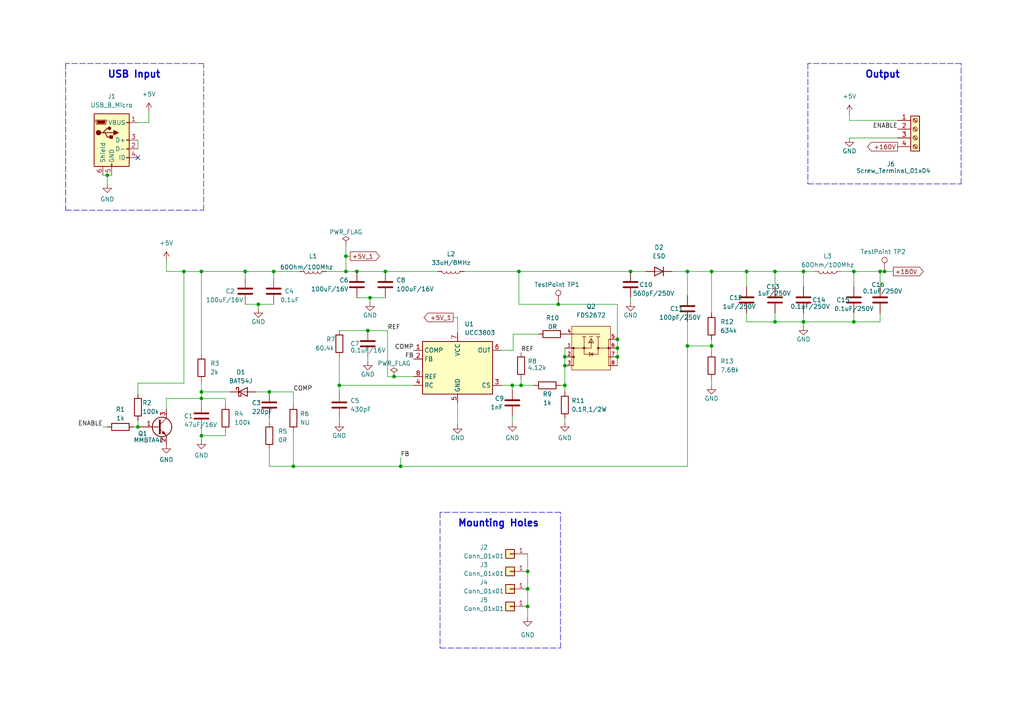
<source format=kicad_sch>
(kicad_sch (version 20211123) (generator eeschema)
  (paper "A4")
  (title_block (title "Mini-Boost") (rev "1"))
  (lib_symbols
    (symbol "Connector:Screw_Terminal_01x04" (pin_names (offset 1.016) hide)
      (property "Reference" "J" (at 0 5.08 0))
      (property "Value" "Screw_Terminal_01x04" (at 0 -7.62 0))
      (symbol "Screw_Terminal_01x04_1_1"
        (rectangle (start -1.27 3.81) (end 1.27 -6.35) (stroke (width 0.254)) (fill (type background)))
        (circle (center 0 -5.08) (radius 0.635) (stroke (width 0.1524)))
        (circle (center 0 -2.54) (radius 0.635) (stroke (width 0.1524)))
        (polyline (pts (xy -0.5334 -4.7498) (xy 0.3302 -5.588)) (stroke (width 0.1524)))
        (polyline (pts (xy -0.5334 -2.2098) (xy 0.3302 -3.048)) (stroke (width 0.1524)))
        (polyline (pts (xy -0.5334 0.3302) (xy 0.3302 -0.508)) (stroke (width 0.1524)))
        (polyline (pts (xy -0.5334 2.8702) (xy 0.3302 2.032)) (stroke (width 0.1524)))
        (polyline (pts (xy -0.3556 -4.572) (xy 0.508 -5.4102)) (stroke (width 0.1524)))
        (polyline (pts (xy -0.3556 -2.032) (xy 0.508 -2.8702)) (stroke (width 0.1524)))
        (polyline (pts (xy -0.3556 0.508) (xy 0.508 -0.3302)) (stroke (width 0.1524)))
        (polyline (pts (xy -0.3556 3.048) (xy 0.508 2.2098)) (stroke (width 0.1524)))
        (circle (center 0 0) (radius 0.635) (stroke (width 0.1524)))
        (circle (center 0 2.54) (radius 0.635) (stroke (width 0.1524)))
        (pin passive line (at -5.08 2.54 0) (length 3.81) (name "Pin_1") (number "1"))
        (pin passive line (at -5.08 0 0) (length 3.81) (name "Pin_2") (number "2"))
        (pin passive line (at -5.08 -2.54 0) (length 3.81) (name "Pin_3") (number "3"))
        (pin passive line (at -5.08 -5.08 0) (length 3.81) (name "Pin_4") (number "4"))
      )
    )
    (symbol "Connector:TestPoint" (pin_numbers hide) (pin_names (offset 0.762) hide)
      (property "Reference" "TP" (at 0 6.858 0))
      (property "Value" "TestPoint" (at 0 5.08 0))
      (symbol "TestPoint_0_1"
        (circle (center 0 3.302) (radius 0.762))
      )
      (symbol "TestPoint_1_1"
        (pin passive line (at 0 0 90) (length 2.54) (name "1") (number "1"))
      )
    )
    (symbol "Connector:USB_B_Micro" (pin_names (offset 1.016))
      (property "Reference" "J" (at -5.08 11.43 0))
      (property "Value" "USB_B_Micro" (at -5.08 8.89 0))
      (symbol "USB_B_Micro_0_1"
        (rectangle (start -5.08 -7.62) (end 5.08 7.62) (stroke (width 0.254)) (fill (type background)))
        (circle (center -3.81 2.159) (radius 0.635) (stroke (width 0.254)) (fill (type outline)))
        (circle (center -0.635 3.429) (radius 0.381) (stroke (width 0.254)) (fill (type outline)))
        (rectangle (start -0.127 -7.62) (end 0.127 -6.858))
        (polyline (pts (xy -1.905 2.159) (xy 0.635 2.159)) (stroke (width 0.254)))
        (polyline (pts (xy -3.175 2.159) (xy -2.54 2.159) (xy -1.27 3.429) (xy -0.635 3.429)) (stroke (width 0.254)))
        (polyline (pts (xy -2.54 2.159) (xy -1.905 2.159) (xy -1.27 0.889) (xy 0 0.889)) (stroke (width 0.254)))
        (polyline (pts (xy 0.635 2.794) (xy 0.635 1.524) (xy 1.905 2.159) (xy 0.635 2.794)) (stroke (width 0.254)) (fill (type outline)))
        (polyline (pts (xy -4.318 5.588) (xy -1.778 5.588) (xy -2.032 4.826) (xy -4.064 4.826) (xy -4.318 5.588)) (fill (type outline)))
        (polyline (pts (xy -4.699 5.842) (xy -4.699 5.588) (xy -4.445 4.826) (xy -4.445 4.572) (xy -1.651 4.572) (xy -1.651 4.826) (xy -1.397 5.588) (xy -1.397 5.842) (xy -4.699 5.842)))
        (rectangle (start 0.254 1.27) (end -0.508 0.508) (stroke (width 0.254)) (fill (type outline)))
        (rectangle (start 5.08 -5.207) (end 4.318 -4.953))
        (rectangle (start 5.08 -2.667) (end 4.318 -2.413))
        (rectangle (start 5.08 -0.127) (end 4.318 0.127))
        (rectangle (start 5.08 4.953) (end 4.318 5.207))
      )
      (symbol "USB_B_Micro_1_1"
        (pin power_out line (at 7.62 5.08 180) (length 2.54) (name "VBUS") (number "1"))
        (pin bidirectional line (at 7.62 -2.54 180) (length 2.54) (name "D-") (number "2"))
        (pin bidirectional line (at 7.62 0 180) (length 2.54) (name "D+") (number "3"))
        (pin passive line (at 7.62 -5.08 180) (length 2.54) (name "ID") (number "4"))
        (pin power_out line (at 0 -10.16 90) (length 2.54) (name "GND") (number "5"))
        (pin passive line (at -2.54 -10.16 90) (length 2.54) (name "Shield") (number "6"))
      )
    )
    (symbol "Connector_Generic:Conn_01x01" (pin_names (offset 1.016) hide)
      (property "Reference" "J" (at 0 2.54 0))
      (property "Value" "Conn_01x01" (at 0 -2.54 0))
      (symbol "Conn_01x01_1_1"
        (rectangle (start -1.27 0.127) (end 0 -0.127) (stroke (width 0.1524)))
        (rectangle (start -1.27 1.27) (end 1.27 -1.27) (stroke (width 0.254)) (fill (type background)))
        (pin passive line (at -5.08 0 0) (length 3.81) (name "Pin_1") (number "1"))
      )
    )
    (symbol "Device:C" (pin_numbers hide) (pin_names (offset 0.254))
      (property "Reference" "C" (at 0.635 2.54 0))
      (property "Value" "C" (at 0.635 -2.54 0))
      (symbol "C_0_1"
        (polyline (pts (xy -2.032 -0.762) (xy 2.032 -0.762)) (stroke (width 0.508)))
        (polyline (pts (xy -2.032 0.762) (xy 2.032 0.762)) (stroke (width 0.508)))
      )
      (symbol "C_1_1"
        (pin passive line (at 0 3.81 270) (length 2.794) (name "~") (number "1"))
        (pin passive line (at 0 -3.81 90) (length 2.794) (name "~") (number "2"))
      )
    )
    (symbol "Device:D" (pin_numbers hide) (pin_names (offset 1.016) hide)
      (property "Reference" "D" (at 0 2.54 0))
      (property "Value" "D" (at 0 -2.54 0))
      (symbol "D_0_1"
        (polyline (pts (xy -1.27 1.27) (xy -1.27 -1.27)) (stroke (width 0.254)))
        (polyline (pts (xy 1.27 0) (xy -1.27 0)))
        (polyline (pts (xy 1.27 1.27) (xy 1.27 -1.27) (xy -1.27 0) (xy 1.27 1.27)) (stroke (width 0.254)))
      )
      (symbol "D_1_1"
        (pin passive line (at -3.81 0 0) (length 2.54) (name "K") (number "1"))
        (pin passive line (at 3.81 0 180) (length 2.54) (name "A") (number "2"))
      )
    )
    (symbol "Device:L" (pin_numbers hide) (pin_names (offset 1.016) hide)
      (property "Reference" "L" (at -1.27 0 90))
      (property "Value" "L" (at 1.905 0 90))
      (symbol "L_0_1"
        (arc (start 0 -2.54) (mid 0.635 -1.905) (end 0 -1.27))
        (arc (start 0 -1.27) (mid 0.635 -0.635) (end 0 0))
        (arc (start 0 0) (mid 0.635 0.635) (end 0 1.27))
        (arc (start 0 1.27) (mid 0.635 1.905) (end 0 2.54))
      )
      (symbol "L_1_1"
        (pin passive line (at 0 3.81 270) (length 1.27) (name "1") (number "1"))
        (pin passive line (at 0 -3.81 90) (length 1.27) (name "2") (number "2"))
      )
    )
    (symbol "Device:R" (pin_numbers hide) (pin_names (offset 0))
      (property "Reference" "R" (at 2.032 0 90))
      (property "Value" "R" (at 0 0 90))
      (symbol "R_0_1"
        (rectangle (start -1.016 -2.54) (end 1.016 2.54) (stroke (width 0.254)))
      )
      (symbol "R_1_1"
        (pin passive line (at 0 3.81 270) (length 1.27) (name "~") (number "1"))
        (pin passive line (at 0 -3.81 90) (length 1.27) (name "~") (number "2"))
      )
    )
    (symbol "Diode:BAT54J" (pin_numbers hide) (pin_names hide)
      (property "Reference" "D" (at 0 2.54 0))
      (property "Value" "BAT54J" (at 0 -2.54 0))
      (symbol "BAT54J_0_1"
        (polyline (pts (xy 1.27 0) (xy -1.27 0)))
        (polyline (pts (xy 1.27 1.27) (xy 1.27 -1.27) (xy -1.27 0) (xy 1.27 1.27)) (stroke (width 0.254)))
        (polyline (pts (xy -1.905 0.635) (xy -1.905 1.27) (xy -1.27 1.27) (xy -1.27 -1.27) (xy -0.635 -1.27) (xy -0.635 -0.635)) (stroke (width 0.254)))
      )
      (symbol "BAT54J_1_1"
        (pin passive line (at -3.81 0 0) (length 2.54) (name "K") (number "1"))
        (pin passive line (at 3.81 0 180) (length 2.54) (name "A") (number "2"))
      )
    )
    (symbol "FDS2672:FDS2672" (pin_names (offset 1.016))
      (property "Reference" "Q" (at 0 12.7 0))
      (property "Value" "FDS2672" (at 0 15.24 0))
      (symbol "FDS2672_1_1"
        (polyline (pts (xy 6.096 5.08) (xy 6.096 -2.54)))
        (polyline (pts (xy 6.858 0.508) (xy 10.16 0.508)))
        (polyline (pts (xy 6.858 1.016) (xy 6.858 0)))
        (polyline (pts (xy 6.858 3.048) (xy 6.858 2.032)))
        (polyline (pts (xy 6.858 4.064) (xy 6.858 5.08)))
        (polyline (pts (xy 6.858 4.572) (xy 10.16 4.572)))
        (polyline (pts (xy 7.366 2.54) (xy 8.636 1.778)))
        (polyline (pts (xy 7.366 2.54) (xy 8.636 3.302)))
        (polyline (pts (xy 7.62 2.54) (xy 10.16 2.54)))
        (polyline (pts (xy 7.62 7.62) (xy 15.24 7.62)))
        (polyline (pts (xy 8.382 2.794) (xy 8.382 2.032)))
        (polyline (pts (xy 8.636 3.302) (xy 8.636 1.778)))
        (polyline (pts (xy 10.16 -2.54) (xy 15.24 -2.54)))
        (polyline (pts (xy 10.16 0.508) (xy 11.938 0.508)))
        (polyline (pts (xy 10.16 2.54) (xy 10.16 -2.54)))
        (polyline (pts (xy 10.16 7.62) (xy 10.16 4.572)))
        (polyline (pts (xy 11.43 2.032) (xy 12.446 2.032)))
        (polyline (pts (xy 11.938 0.508) (xy 11.938 4.572)))
        (polyline (pts (xy 11.938 3.048) (xy 11.43 2.032)))
        (polyline (pts (xy 11.938 3.048) (xy 11.43 3.048)))
        (polyline (pts (xy 11.938 3.048) (xy 12.446 3.048)))
        (polyline (pts (xy 11.938 4.572) (xy 10.16 4.572)))
        (polyline (pts (xy 12.446 2.032) (xy 11.938 3.048)))
        (circle (center 10.16 -2.54) (radius 0.254) (fill (type outline)))
        (circle (center 10.16 0.508) (radius 0.254) (fill (type outline)))
        (circle (center 10.16 4.572) (radius 0.254) (fill (type outline)))
        (circle (center 10.16 7.62) (radius 0.254) (fill (type outline)))
        (circle (center 12.7 -2.54) (radius 0.254) (fill (type outline)))
        (rectangle (start 16.51 8.128) (end 3.81 -3.048) (fill (type background)))
        (pin passive line (at 10.16 -5.08 90) (length 2.54) (name "S") (number "1"))
        (pin passive line (at 12.7 -5.08 90) (length 2.54) (name "S") (number "2"))
        (pin passive line (at 15.24 -5.08 90) (length 2.54) (name "S") (number "3"))
        (pin passive line (at 6.096 -5.08 90) (length 2.54) (name "S") (number "4"))
        (pin passive line (at 7.62 10.16 270) (length 2.54) (name "D") (number "5"))
        (pin passive line (at 10.16 10.16 270) (length 2.54) (name "D") (number "6"))
        (pin passive line (at 12.7 10.16 270) (length 2.54) (name "D") (number "7"))
        (pin passive line (at 15.24 10.16 270) (length 2.54) (name "D") (number "8"))
      )
    )
    (symbol "Regulator_Controller:UCC3803"
      (property "Reference" "U" (at 3.81 11.43 0))
      (property "Value" "UCC3803" (at 3.81 8.89 0))
      (symbol "UCC3803_0_1"
        (rectangle (start -10.16 -7.62) (end 10.16 7.62) (stroke (width 0.254)) (fill (type background)))
      )
      (symbol "UCC3803_1_1"
        (pin passive line (at -12.7 5.08 0) (length 2.54) (name "COMP") (number "1"))
        (pin input line (at -12.7 2.54 0) (length 2.54) (name "FB") (number "2"))
        (pin input line (at 12.7 -5.08 180) (length 2.54) (name "CS") (number "3"))
        (pin passive line (at -12.7 -5.08 0) (length 2.54) (name "RC") (number "4"))
        (pin power_in line (at 0 -10.16 90) (length 2.54) (name "GND") (number "5"))
        (pin output line (at 12.7 5.08 180) (length 2.54) (name "OUT") (number "6"))
        (pin power_in line (at 0 10.16 270) (length 2.54) (name "VCC") (number "7"))
        (pin power_in line (at -12.7 -2.54 0) (length 2.54) (name "REF") (number "8"))
      )
    )
    (symbol "Transistor_BJT:MMBTA42" (pin_names (offset 0) hide)
      (property "Reference" "Q" (at 5.08 1.905 0))
      (property "Value" "MMBTA42" (at 5.08 0 0))
      (symbol "MMBTA42_0_1"
        (polyline (pts (xy 0 0) (xy 0.635 0)))
        (polyline (pts (xy 0.635 0.635) (xy 2.54 2.54)))
        (polyline (pts (xy 0.635 -0.635) (xy 2.54 -2.54) (xy 2.54 -2.54)))
        (polyline (pts (xy 0.635 1.905) (xy 0.635 -1.905) (xy 0.635 -1.905)) (stroke (width 0.508)))
        (polyline (pts (xy 1.27 -1.778) (xy 1.778 -1.27) (xy 2.286 -2.286) (xy 1.27 -1.778) (xy 1.27 -1.778)) (fill (type outline)))
        (circle (center 1.27 0) (radius 2.8194) (stroke (width 0.254)))
      )
      (symbol "MMBTA42_1_1"
        (pin input line (at -5.08 0 0) (length 5.08) (name "B") (number "1"))
        (pin passive line (at 2.54 -5.08 90) (length 2.54) (name "E") (number "2"))
        (pin passive line (at 2.54 5.08 270) (length 2.54) (name "C") (number "3"))
      )
    )
    (symbol "power:+5V" (power) (pin_names (offset 0))
      (property "Value" "+5V" (at 0 3.556 0))
      (symbol "+5V_0_1"
        (polyline (pts (xy -0.762 1.27) (xy 0 2.54)))
        (polyline (pts (xy 0 0) (xy 0 2.54)))
        (polyline (pts (xy 0 2.54) (xy 0.762 1.27)))
      )
      (symbol "+5V_1_1"
        (pin power_in line (at 0 0 90) (length 0) hide (name "+5V") (number "1"))
      )
    )
    (symbol "power:GND" (power) (pin_names (offset 0))
      (property "Value" "GND" (at 0 -3.81 0))
      (symbol "GND_0_1"
        (polyline (pts (xy 0 0) (xy 0 -1.27) (xy 1.27 -1.27) (xy 0 -2.54) (xy -1.27 -1.27) (xy 0 -1.27)))
      )
      (symbol "GND_1_1"
        (pin power_in line (at 0 0 270) (length 0) hide (name "GND") (number "1"))
      )
    )
    (symbol "power:PWR_FLAG" (power) (pin_numbers hide) (pin_names (offset 0) hide)
      (property "Value" "PWR_FLAG" (at 0 3.81 0))
      (symbol "PWR_FLAG_0_0"
        (pin power_out line (at 0 0 90) (length 0) (name "pwr") (number "1"))
      )
      (symbol "PWR_FLAG_0_1"
        (polyline (pts (xy 0 0) (xy 0 1.27) (xy -1.016 1.905) (xy 0 2.54) (xy 1.016 1.905) (xy 0 1.27)))
      )
    )
  )
  (junction (at 58.42 78.74))
  (junction (at 216.535 78.74))
  (junction (at 247.65 93.345))
  (junction (at 114.3 109.22))
  (junction (at 116.205 135.255))
  (junction (at 206.375 100.33))
  (junction (at 163.83 111.76))
  (junction (at 58.42 113.665))
  (junction (at 256.54 78.74))
  (junction (at 151.13 111.76))
  (junction (at 40.005 123.825))
  (junction (at 85.09 135.255))
  (junction (at 206.375 78.74))
  (junction (at 79.375 78.74))
  (junction (at 163.83 106.045))
  (junction (at 161.925 88.265))
  (junction (at 106.68 95.885))
  (junction (at 182.88 78.74))
  (junction (at 224.79 93.345))
  (junction (at 233.045 78.74))
  (junction (at 199.39 100.33))
  (junction (at 255.27 78.74))
  (junction (at 53.34 78.74))
  (junction (at 199.39 78.74))
  (junction (at 100.33 78.74))
  (junction (at 78.105 113.665))
  (junction (at 107.315 86.36))
  (junction (at 150.495 78.74))
  (junction (at 163.83 103.505))
  (junction (at 71.12 78.74))
  (junction (at 233.045 93.345))
  (junction (at 153.035 175.895))
  (junction (at 100.33 74.295))
  (junction (at 179.07 98.425))
  (junction (at 31.115 50.8))
  (junction (at 179.07 100.965))
  (junction (at 111.76 78.74))
  (junction (at 74.93 88.265))
  (junction (at 179.07 103.505))
  (junction (at 247.65 78.74))
  (junction (at 148.59 111.76))
  (junction (at 224.79 78.74))
  (junction (at 58.42 115.57))
  (junction (at 153.035 170.815))
  (junction (at 103.505 78.74))
  (junction (at 153.035 165.735))
  (junction (at 58.42 126.365))
  (junction (at 98.425 111.76))
  (no_connect (at 40.005 45.72))
  (wire (pts (xy 48.26 78.74) (xy 53.34 78.74)))
  (wire (pts (xy 98.425 111.76) (xy 98.425 113.665)))
  (wire (pts (xy 153.035 160.655) (xy 153.035 165.735)))
  (wire (pts (xy 150.495 88.265) (xy 150.495 78.74)))
  (wire (pts (xy 255.27 78.74) (xy 256.54 78.74)))
  (wire (pts (xy 134.62 78.74) (xy 150.495 78.74)))
  (wire (pts (xy 65.405 117.475) (xy 65.405 115.57)))
  (wire (pts (xy 58.42 78.74) (xy 71.12 78.74)))
  (wire (pts (xy 182.88 87.63) (xy 182.88 86.36)))
  (polyline (pts (xy 19.05 18.415) (xy 19.05 60.96)))
  (wire (pts (xy 78.105 113.665) (xy 85.09 113.665)))
  (wire (pts (xy 255.27 78.74) (xy 255.27 83.185)))
  (wire (pts (xy 79.375 78.74) (xy 79.375 80.645)))
  (polyline (pts (xy 59.055 18.415) (xy 19.05 18.415)))
  (wire (pts (xy 243.84 78.74) (xy 247.65 78.74)))
  (wire (pts (xy 78.105 121.285) (xy 78.105 122.555)))
  (wire (pts (xy 98.425 111.76) (xy 120.015 111.76)))
  (wire (pts (xy 148.59 120.65) (xy 148.59 122.555)))
  (wire (pts (xy 112.395 109.22) (xy 112.395 95.885)))
  (wire (pts (xy 98.425 95.885) (xy 106.68 95.885)))
  (wire (pts (xy 71.12 78.74) (xy 71.12 80.645)))
  (wire (pts (xy 114.3 109.22) (xy 120.015 109.22)))
  (wire (pts (xy 31.115 50.8) (xy 32.385 50.8)))
  (wire (pts (xy 179.07 100.965) (xy 179.07 103.505)))
  (polyline (pts (xy 234.315 18.415) (xy 234.315 53.34)))
  (polyline (pts (xy 162.56 148.59) (xy 127.635 148.59)))
  (polyline (pts (xy 234.315 53.34) (xy 278.765 53.34)))
  (wire (pts (xy 233.045 78.74) (xy 236.22 78.74)))
  (wire (pts (xy 233.045 90.805) (xy 233.045 93.345)))
  (wire (pts (xy 199.39 100.33) (xy 199.39 135.255)))
  (wire (pts (xy 40.005 40.64) (xy 40.005 43.18)))
  (wire (pts (xy 107.315 86.36) (xy 111.76 86.36)))
  (wire (pts (xy 153.035 170.815) (xy 153.035 175.895)))
  (wire (pts (xy 43.18 32.385) (xy 43.18 35.56)))
  (wire (pts (xy 179.07 103.505) (xy 179.07 106.045)))
  (wire (pts (xy 106.68 104.775) (xy 106.68 103.505)))
  (wire (pts (xy 85.09 125.095) (xy 85.09 135.255)))
  (wire (pts (xy 145.415 111.76) (xy 148.59 111.76)))
  (wire (pts (xy 233.045 94.615) (xy 233.045 93.345)))
  (wire (pts (xy 247.65 78.74) (xy 255.27 78.74)))
  (wire (pts (xy 199.39 78.74) (xy 206.375 78.74)))
  (wire (pts (xy 53.34 111.125) (xy 53.34 78.74)))
  (polyline (pts (xy 19.05 60.96) (xy 59.055 60.96)))
  (wire (pts (xy 206.375 78.74) (xy 216.535 78.74)))
  (wire (pts (xy 224.79 93.345) (xy 233.045 93.345)))
  (wire (pts (xy 58.42 115.57) (xy 58.42 116.84)))
  (wire (pts (xy 256.54 78.74) (xy 259.08 78.74)))
  (wire (pts (xy 163.83 122.555) (xy 163.83 121.285)))
  (wire (pts (xy 216.535 90.805) (xy 216.535 93.345)))
  (wire (pts (xy 58.42 113.665) (xy 66.675 113.665)))
  (wire (pts (xy 260.35 40.005) (xy 246.38 40.005)))
  (wire (pts (xy 106.68 95.885) (xy 112.395 95.885)))
  (wire (pts (xy 206.375 78.74) (xy 206.375 90.805)))
  (wire (pts (xy 71.12 78.74) (xy 79.375 78.74)))
  (wire (pts (xy 74.93 88.265) (xy 74.93 89.535)))
  (wire (pts (xy 163.83 100.965) (xy 163.83 103.505)))
  (wire (pts (xy 85.09 135.255) (xy 116.205 135.255)))
  (wire (pts (xy 216.535 93.345) (xy 224.79 93.345)))
  (wire (pts (xy 163.83 106.045) (xy 163.83 111.76)))
  (wire (pts (xy 151.13 111.76) (xy 154.94 111.76)))
  (wire (pts (xy 199.39 93.345) (xy 199.39 100.33)))
  (wire (pts (xy 48.26 115.57) (xy 58.42 115.57)))
  (wire (pts (xy 194.945 78.74) (xy 199.39 78.74)))
  (wire (pts (xy 107.315 86.36) (xy 107.315 87.63)))
  (wire (pts (xy 246.38 34.925) (xy 246.38 33.02)))
  (wire (pts (xy 29.845 123.825) (xy 31.115 123.825)))
  (wire (pts (xy 148.59 111.76) (xy 151.13 111.76)))
  (wire (pts (xy 153.035 175.895) (xy 153.035 179.07)))
  (wire (pts (xy 78.105 130.175) (xy 78.105 135.255)))
  (wire (pts (xy 58.42 124.46) (xy 58.42 126.365)))
  (wire (pts (xy 71.12 88.265) (xy 74.93 88.265)))
  (wire (pts (xy 53.34 78.74) (xy 58.42 78.74)))
  (wire (pts (xy 151.13 109.855) (xy 151.13 111.76)))
  (wire (pts (xy 29.845 50.8) (xy 31.115 50.8)))
  (wire (pts (xy 40.005 35.56) (xy 43.18 35.56)))
  (wire (pts (xy 98.425 122.555) (xy 98.425 121.285)))
  (wire (pts (xy 65.405 115.57) (xy 58.42 115.57)))
  (wire (pts (xy 148.59 111.76) (xy 148.59 113.03)))
  (wire (pts (xy 111.76 78.74) (xy 127 78.74)))
  (wire (pts (xy 58.42 127.635) (xy 58.42 126.365)))
  (wire (pts (xy 40.005 123.825) (xy 40.64 123.825)))
  (wire (pts (xy 199.39 100.33) (xy 206.375 100.33)))
  (wire (pts (xy 58.42 126.365) (xy 65.405 126.365)))
  (wire (pts (xy 40.005 111.125) (xy 53.34 111.125)))
  (wire (pts (xy 40.005 121.92) (xy 40.005 123.825)))
  (wire (pts (xy 78.105 135.255) (xy 85.09 135.255)))
  (wire (pts (xy 224.79 90.805) (xy 224.79 93.345)))
  (wire (pts (xy 58.42 110.49) (xy 58.42 113.665)))
  (polyline (pts (xy 127.635 187.96) (xy 162.56 187.96)))
  (wire (pts (xy 98.425 103.505) (xy 98.425 111.76)))
  (wire (pts (xy 179.07 98.425) (xy 179.07 88.265)))
  (wire (pts (xy 224.79 83.185) (xy 224.79 78.74)))
  (wire (pts (xy 247.65 93.345) (xy 255.27 93.345)))
  (wire (pts (xy 100.33 78.74) (xy 103.505 78.74)))
  (wire (pts (xy 179.07 98.425) (xy 179.07 100.965)))
  (wire (pts (xy 48.26 75.565) (xy 48.26 78.74)))
  (wire (pts (xy 182.88 78.74) (xy 187.325 78.74)))
  (wire (pts (xy 100.33 71.12) (xy 100.33 74.295)))
  (polyline (pts (xy 127.635 148.59) (xy 127.635 187.96)))
  (wire (pts (xy 150.495 78.74) (xy 182.88 78.74)))
  (wire (pts (xy 85.09 117.475) (xy 85.09 113.665)))
  (wire (pts (xy 132.715 123.19) (xy 132.715 116.84)))
  (wire (pts (xy 247.65 78.74) (xy 247.65 83.185)))
  (wire (pts (xy 112.395 109.22) (xy 114.3 109.22)))
  (wire (pts (xy 116.205 132.715) (xy 116.205 135.255)))
  (wire (pts (xy 74.93 88.265) (xy 79.375 88.265)))
  (wire (pts (xy 179.07 88.265) (xy 161.925 88.265)))
  (wire (pts (xy 233.045 93.345) (xy 247.65 93.345)))
  (wire (pts (xy 206.375 100.33) (xy 206.375 102.235)))
  (wire (pts (xy 233.045 83.185) (xy 233.045 78.74)))
  (wire (pts (xy 206.375 98.425) (xy 206.375 100.33)))
  (wire (pts (xy 48.26 118.745) (xy 48.26 115.57)))
  (wire (pts (xy 100.33 74.295) (xy 100.33 78.74)))
  (wire (pts (xy 163.83 113.665) (xy 163.83 111.76)))
  (wire (pts (xy 74.295 113.665) (xy 78.105 113.665)))
  (wire (pts (xy 163.83 103.505) (xy 163.83 106.045)))
  (wire (pts (xy 58.42 113.665) (xy 58.42 115.57)))
  (wire (pts (xy 94.615 78.74) (xy 100.33 78.74)))
  (wire (pts (xy 58.42 102.87) (xy 58.42 78.74)))
  (wire (pts (xy 65.405 126.365) (xy 65.405 125.095)))
  (wire (pts (xy 148.844 101.6) (xy 145.415 101.6)))
  (wire (pts (xy 116.205 135.255) (xy 199.39 135.255)))
  (wire (pts (xy 161.925 88.265) (xy 150.495 88.265)))
  (wire (pts (xy 31.115 50.8) (xy 31.115 53.34)))
  (polyline (pts (xy 278.765 18.415) (xy 234.315 18.415)))
  (polyline (pts (xy 59.055 60.96) (xy 59.055 18.415)))
  (wire (pts (xy 79.375 78.74) (xy 86.995 78.74)))
  (wire (pts (xy 132.715 92.075) (xy 132.715 96.52)))
  (wire (pts (xy 148.844 96.901) (xy 148.844 101.6)))
  (wire (pts (xy 153.035 165.735) (xy 153.035 170.815)))
  (wire (pts (xy 216.535 78.74) (xy 224.79 78.74)))
  (wire (pts (xy 101.6 74.295) (xy 100.33 74.295)))
  (wire (pts (xy 156.21 96.901) (xy 148.844 96.901)))
  (wire (pts (xy 38.735 123.825) (xy 40.005 123.825)))
  (wire (pts (xy 163.83 111.76) (xy 162.56 111.76)))
  (wire (pts (xy 103.505 78.74) (xy 111.76 78.74)))
  (wire (pts (xy 255.27 90.805) (xy 255.27 93.345)))
  (polyline (pts (xy 278.765 53.34) (xy 278.765 18.415)))
  (wire (pts (xy 247.65 90.805) (xy 247.65 93.345)))
  (wire (pts (xy 40.005 114.3) (xy 40.005 111.125)))
  (wire (pts (xy 206.375 111.76) (xy 206.375 109.855)))
  (polyline (pts (xy 162.56 187.96) (xy 162.56 148.59)))
  (wire (pts (xy 224.79 78.74) (xy 233.045 78.74)))
  (wire (pts (xy 131.445 92.075) (xy 132.715 92.075)))
  (wire (pts (xy 103.505 86.36) (xy 107.315 86.36)))
  (wire (pts (xy 216.535 83.185) (xy 216.535 78.74)))
  (wire (pts (xy 260.35 34.925) (xy 246.38 34.925)))
  (wire (pts (xy 199.39 78.74) (xy 199.39 85.725)))
  (text "USB Input" (at 31.115 22.86 0) (effects (font (size 2 2) (thickness 0.4) bold) (justify left bottom)))
  (text "Mounting Holes\n" (at 132.715 153.035 0) (effects (font (size 2 2) (thickness 0.4) bold) (justify left bottom)))
  (text "Output" (at 250.825 22.86 0) (effects (font (size 2 2) (thickness 0.4) bold) (justify left bottom)))
  (label "REF" (at 151.13 102.235 0))
  (label "COMP" (at 120.015 101.6 180))
  (label "ENABLE" (at 260.35 37.465 180))
  (label "COMP" (at 85.09 113.665 0))
  (label "ENABLE" (at 29.845 123.825 180))
  (label "FB" (at 120.015 104.14 180))
  (label "REF" (at 112.395 95.885 0))
  (label "FB" (at 116.205 132.715 0))
  (global_label "+5V_1" (shape output) (at 131.445 92.075 180) (property "Intersheet References" "${INTERSHEET_REFS}" (effects hide)))
  (global_label "+160V" (shape output) (at 259.08 78.74 0) (property "Intersheet References" "${INTERSHEET_REFS}" (effects hide)))
  (global_label "+160V" (shape output) (at 260.35 42.545 180) (property "Intersheet References" "${INTERSHEET_REFS}" (effects hide)))
  (global_label "+5V_1" (shape output) (at 101.6 74.295 0) (property "Intersheet References" "${INTERSHEET_REFS}" (effects hide)))
  (symbol (lib_id "Device:L") (at 90.805 78.74 270) (unit 1)
    (property "Reference" "L1" (at 90.805 74.295 90))
    (property "Value" "60Ohm/100Mhz" (at 88.9 77.47 90))
    (property "Footprint" "Inductor_SMD:L_0805_2012Metric" (effects hide))
    (property "MPN" "BKP2125HS600-T " (effects hide))
  )
  (symbol (lib_id "Device:R") (at 158.75 111.76 90) (unit 1)
    (property "Reference" "R9" (at 158.75 114.3 90))
    (property "Value" "1k" (at 158.75 116.84 90))
    (property "Footprint" "Resistor_SMD:R_0805_2012Metric" (effects hide))
  )
  (symbol (lib_id "Device:R") (at 40.005 118.11 0) (unit 1)
    (property "Reference" "R2" (at 41.275 116.84 0) (effects (justify left)))
    (property "Value" "100k" (at 41.275 119.38 0) (effects (justify left)))
    (property "Footprint" "Resistor_SMD:R_0805_2012Metric" (effects hide))
  )
  (symbol (lib_id "Device:L") (at 130.81 78.74 270) (unit 1)
    (property "Reference" "L2" (at 130.81 73.66 90))
    (property "Value" "33uH/8MHz" (at 130.81 76.2 90))
    (property "Footprint" "Inductor_SMD:L_12x12mm_H6mm" (effects hide))
    (property "MPN" "7447709330" (effects hide))
  )
  (symbol (lib_id "Device:R") (at 78.105 126.365 0) (unit 1)
    (property "Reference" "R5" (at 80.645 125.0949 0) (effects (justify left)))
    (property "Value" "0R" (at 80.645 127.6349 0) (effects (justify left)))
    (property "Footprint" "Resistor_SMD:R_0805_2012Metric" (effects hide))
  )
  (symbol (lib_id "Device:R") (at 98.425 99.695 0) (unit 1)
    (property "Reference" "R7" (at 94.615 98.425 0) (effects (justify left)))
    (property "Value" "60.4k" (at 91.44 100.965 0) (effects (justify left)))
    (property "Footprint" "Resistor_SMD:R_0805_2012Metric" (effects hide))
  )
  (symbol (lib_id "power:GND") (at 163.83 122.555 0) (unit 1)
    (property "Reference" "#PWR014" (effects hide))
    (property "Value" "GND" (at 163.83 127 0))
  )
  (symbol (lib_id "power:GND") (at 148.59 122.555 0) (unit 1)
    (property "Reference" "#PWR013" (effects hide))
    (property "Value" "GND" (at 148.59 127 0))
  )
  (symbol (lib_id "Device:C") (at 148.59 116.84 0) (unit 1)
    (property "Reference" "C9" (at 143.51 115.57 0) (effects (justify left)))
    (property "Value" "1nF" (at 142.24 118.11 0) (effects (justify left)))
    (property "Footprint" "Capacitor_SMD:C_0805_2012Metric" (effects hide))
  )
  (symbol (lib_id "power:+5V") (at 43.18 32.385 0) (unit 1)
    (property "Reference" "#PWR02" (effects hide))
    (property "Value" "+5V" (at 43.18 27.305 0))
  )
  (symbol (lib_id "Device:C") (at 199.39 89.535 0) (unit 1)
    (property "Reference" "C11" (at 194.31 89.535 0) (effects (justify left)))
    (property "Value" "100pF/250V" (at 191.135 92.075 0) (effects (justify left)))
    (property "Footprint" "Capacitor_SMD:C_0805_2012Metric" (effects hide))
  )
  (symbol (lib_id "power:GND") (at 74.93 89.535 0) (unit 1)
    (property "Reference" "#PWR06" (effects hide))
    (property "Value" "GND" (at 74.93 93.345 0))
  )
  (symbol (lib_id "Device:R") (at 65.405 121.285 0) (unit 1)
    (property "Reference" "R4" (at 67.945 120.0149 0) (effects (justify left)))
    (property "Value" "100k" (at 67.945 122.5549 0) (effects (justify left)))
    (property "Footprint" "Resistor_SMD:R_0805_2012Metric" (effects hide))
  )
  (symbol (lib_id "Device:L") (at 240.03 78.74 270) (unit 1)
    (property "Reference" "L3" (at 240.03 74.295 90))
    (property "Value" "60Ohm/100Mhz" (at 240.03 76.835 90))
    (property "Footprint" "Inductor_SMD:L_0805_2012Metric" (effects hide))
    (property "MPN" "BKP2125HS600-T " (effects hide))
  )
  (symbol (lib_id "Device:R") (at 85.09 121.285 0) (unit 1)
    (property "Reference" "R6" (at 86.995 120.0149 0) (effects (justify left)))
    (property "Value" "NU" (at 86.995 122.5549 0) (effects (justify left)))
    (property "Footprint" "Resistor_SMD:R_0805_2012Metric" (effects hide))
  )
  (symbol (lib_id "Transistor_BJT:MMBTA42") (at 45.72 123.825 0) (unit 1)
    (property "Reference" "Q1" (at 40.005 125.73 0) (effects (justify left)))
    (property "Value" "MMBTA42" (at 38.735 127.635 0) (effects (justify left)))
    (property "Footprint" "Package_TO_SOT_SMD:SOT-23" (effects hide))
    (property "Datasheet" "https://www.onsemi.com/pub/Collateral/MMBTA42LT1-D.PDF" (effects hide))
  )
  (symbol (lib_id "Device:C") (at 255.27 86.995 0) (unit 1)
    (property "Reference" "C16" (at 252.73 82.55 0) (effects (justify left)))
    (property "Value" "0.1uF/250V" (at 250.19 84.455 0) (effects (justify left)))
    (property "Footprint" "Capacitor_SMD:C_0805_2012Metric" (effects hide))
  )
  (symbol (lib_id "Connector_Generic:Conn_01x01") (at 147.955 160.655 180) (unit 1)
    (property "Reference" "J2" (at 140.335 158.75 0))
    (property "Value" "Conn_01x01" (at 140.335 161.29 0))
    (property "Footprint" "MountingHole:MountingHole_2.2mm_M2_Pad_Via" (effects hide))
  )
  (symbol (lib_id "FDS2672:FDS2672") (at 168.91 90.805 270) (unit 1)
    (property "Reference" "Q2" (at 171.45 88.9 90))
    (property "Value" "FDS2672" (at 171.45 91.44 90))
    (property "Footprint" "Package_SO:SOIC-8-1EP_3.9x4.9mm_P1.27mm_EP2.29x3mm" (effects hide))
    (property "Datasheet" "https://www.onsemi.com/pdf/datasheet/fds2672-d.pdf" (effects hide))
  )
  (symbol (lib_id "power:+5V") (at 246.38 33.02 0) (unit 1)
    (property "Reference" "#PWR018" (effects hide))
    (property "Value" "+5V" (at 246.38 27.94 0))
  )
  (symbol (lib_id "power:PWR_FLAG") (at 114.3 109.22 0) (unit 1)
    (property "Reference" "#FLG0104" (effects hide))
    (property "Value" "PWR_FLAG" (at 114.3 105.41 0))
  )
  (symbol (lib_id "power:+5V") (at 48.26 75.565 0) (unit 1)
    (property "Reference" "#PWR03" (effects hide))
    (property "Value" "+5V" (at 48.26 70.485 0))
  )
  (symbol (lib_id "power:GND") (at 31.115 53.34 0) (unit 1)
    (property "Reference" "#PWR01" (effects hide))
    (property "Value" "GND" (at 31.115 57.785 0))
  )
  (symbol (lib_id "power:GND") (at 182.88 87.63 0) (unit 1)
    (property "Reference" "#PWR015" (effects hide))
    (property "Value" "GND" (at 182.88 91.44 0))
  )
  (symbol (lib_id "Device:C") (at 224.79 86.995 0) (unit 1)
    (property "Reference" "C13" (at 222.25 83.185 0) (effects (justify left)))
    (property "Value" "1uF/250V" (at 219.71 85.09 0) (effects (justify left)))
    (property "Footprint" "Capacitor_SMD:C_0805_2012Metric" (effects hide))
  )
  (symbol (lib_id "Device:C") (at 79.375 84.455 0) (unit 1)
    (property "Reference" "C4" (at 82.55 84.455 0) (effects (justify left)))
    (property "Value" "0.1uF" (at 81.28 86.995 0) (effects (justify left)))
    (property "Footprint" "Capacitor_SMD:C_0805_2012Metric" (effects hide))
  )
  (symbol (lib_id "Device:R") (at 163.83 117.475 0) (unit 1)
    (property "Reference" "R11" (at 165.735 116.2049 0) (effects (justify left)))
    (property "Value" "0.1R,1/2W" (at 165.735 118.7449 0) (effects (justify left)))
    (property "Footprint" "Resistor_SMD:R_0805_2012Metric" (effects hide))
  )
  (symbol (lib_id "power:GND") (at 58.42 127.635 0) (unit 1)
    (property "Reference" "#PWR05" (effects hide))
    (property "Value" "GND" (at 58.42 132.08 0))
  )
  (symbol (lib_id "Device:R") (at 206.375 94.615 0) (unit 1)
    (property "Reference" "R12" (at 208.915 93.3449 0) (effects (justify left)))
    (property "Value" "634k" (at 208.915 95.8849 0) (effects (justify left)))
    (property "Footprint" "Resistor_SMD:R_0805_2012Metric" (effects hide))
  )
  (symbol (lib_id "Diode:BAT54J") (at 70.485 113.665 0) (unit 1)
    (property "Reference" "D1" (at 69.85 107.95 0))
    (property "Value" "BAT54J" (at 69.85 110.49 0))
    (property "Footprint" "Diode_SMD:D_SOD-323F" (effects hide))
    (property "Datasheet" "https://assets.nexperia.com/documents/data-sheet/BAT54J.pdf" (effects hide))
  )
  (symbol (lib_id "Regulator_Controller:UCC3803") (at 132.715 106.68 0) (unit 1)
    (property "Reference" "U1" (at 134.7344 93.98 0) (effects (justify left)))
    (property "Value" "UCC3803" (at 134.7344 96.52 0) (effects (justify left)))
    (property "Footprint" "Package_SO:SOIC-8-1EP_3.9x4.9mm_P1.27mm_EP2.29x3mm" (effects hide))
    (property "Datasheet" "http://www.ti.com/lit/ds/symlink/ucc3800.pdf" (effects hide))
  )
  (symbol (lib_id "Device:R") (at 151.13 106.045 0) (unit 1)
    (property "Reference" "R8" (at 153.035 104.775 0) (effects (justify left)))
    (property "Value" "4.12k" (at 153.035 106.68 0) (effects (justify left)))
    (property "Footprint" "Resistor_SMD:R_0805_2012Metric" (effects hide))
  )
  (symbol (lib_id "power:GND") (at 153.035 179.07 0) (unit 1)
    (property "Reference" "#PWR011" (effects hide))
    (property "Value" "GND" (at 153.035 184.15 0))
  )
  (symbol (lib_id "Device:C") (at 182.88 82.55 0) (unit 1)
    (property "Reference" "C10" (at 185.42 82.55 0) (effects (justify left)))
    (property "Value" "560pF/250V" (at 183.515 85.09 0) (effects (justify left)))
    (property "Footprint" "Capacitor_SMD:C_0603_1608Metric" (effects hide))
  )
  (symbol (lib_id "power:GND") (at 132.715 123.19 0) (unit 1)
    (property "Reference" "#PWR010" (effects hide))
    (property "Value" "GND" (at 132.715 127 0))
  )
  (symbol (lib_id "Device:R") (at 160.02 96.901 90) (unit 1)
    (property "Reference" "R10" (at 160.274 92.202 90))
    (property "Value" "0R" (at 160.274 94.742 90))
    (property "Footprint" "Resistor_SMD:R_0805_2012Metric" (effects hide))
  )
  (symbol (lib_id "Connector:TestPoint") (at 161.925 88.265 0) (unit 1)
    (property "Reference" "TP1" (at 164.465 82.55 0) (effects (justify left)))
    (property "Value" "TestPoint" (at 154.94 82.55 0) (effects (justify left)))
    (property "Footprint" "TestPoint:TestPoint_Pad_D1.0mm" (effects hide))
  )
  (symbol (lib_id "Device:C") (at 103.505 82.55 0) (unit 1)
    (property "Reference" "C6" (at 98.425 81.28 0) (effects (justify left)))
    (property "Value" "100uF/16V" (at 90.17 83.82 0) (effects (justify left)))
    (property "Footprint" "Capacitor_SMD:C_1210_3225Metric" (effects hide))
  )
  (symbol (lib_id "Connector:TestPoint") (at 256.54 78.74 0) (unit 1)
    (property "Reference" "TP2" (at 259.08 73.025 0) (effects (justify left)))
    (property "Value" "TestPoint" (at 249.555 73.025 0) (effects (justify left)))
    (property "Footprint" "TestPoint:TestPoint_Pad_D1.0mm" (effects hide))
  )
  (symbol (lib_id "power:GND") (at 107.315 87.63 0) (unit 1)
    (property "Reference" "#PWR09" (effects hide))
    (property "Value" "GND" (at 107.315 91.44 0))
  )
  (symbol (lib_id "Device:C") (at 106.68 99.695 0) (unit 1)
    (property "Reference" "C7" (at 101.6 99.695 0) (effects (justify left)))
    (property "Value" "0.1uF/16V" (at 101.6 101.6 0) (effects (justify left)))
    (property "Footprint" "Capacitor_SMD:C_0805_2012Metric" (effects hide))
  )
  (symbol (lib_id "Device:C") (at 233.045 86.995 0) (unit 1)
    (property "Reference" "C14" (at 235.585 86.995 0) (effects (justify left)))
    (property "Value" "0.1uF/250V" (at 229.235 88.9 0) (effects (justify left)))
    (property "Footprint" "Capacitor_SMD:C_0805_2012Metric" (effects hide))
  )
  (symbol (lib_id "Device:C") (at 216.535 86.995 0) (unit 1)
    (property "Reference" "C12" (at 211.455 86.36 0) (effects (justify left)))
    (property "Value" "1uF/250V" (at 209.55 88.9 0) (effects (justify left)))
    (property "Footprint" "Capacitor_SMD:C_0805_2012Metric" (effects hide))
  )
  (symbol (lib_id "Device:R") (at 34.925 123.825 90) (unit 1)
    (property "Reference" "R1" (at 34.925 118.745 90))
    (property "Value" "1k" (at 34.925 121.285 90))
    (property "Footprint" "Resistor_SMD:R_0805_2012Metric" (effects hide))
  )
  (symbol (lib_id "power:GND") (at 206.375 111.76 0) (unit 1)
    (property "Reference" "#PWR016" (effects hide))
    (property "Value" "GND" (at 206.375 115.57 0))
  )
  (symbol (lib_id "power:GND") (at 106.68 104.775 0) (unit 1)
    (property "Reference" "#PWR08" (effects hide))
    (property "Value" "GND" (at 106.68 108.585 0))
  )
  (symbol (lib_id "power:GND") (at 246.38 40.005 0) (unit 1)
    (property "Reference" "#PWR019" (effects hide))
    (property "Value" "GND" (at 246.38 43.815 0))
  )
  (symbol (lib_id "Device:C") (at 111.76 82.55 0) (unit 1)
    (property "Reference" "C8" (at 114.935 81.28 0) (effects (justify left)))
    (property "Value" "100uF/16V" (at 114.935 83.82 0) (effects (justify left)))
    (property "Footprint" "Capacitor_SMD:C_1210_3225Metric" (effects hide))
  )
  (symbol (lib_id "Device:C") (at 98.425 117.475 0) (unit 1)
    (property "Reference" "C5" (at 101.6 116.205 0) (effects (justify left)))
    (property "Value" "430pF" (at 101.6 118.745 0) (effects (justify left)))
    (property "Footprint" "Capacitor_SMD:C_0805_2012Metric" (effects hide))
  )
  (symbol (lib_id "Device:C") (at 71.12 84.455 0) (unit 1)
    (property "Reference" "C2" (at 65.405 84.455 0) (effects (justify left)))
    (property "Value" "100uF/16V" (at 59.69 86.995 0) (effects (justify left)))
    (property "Footprint" "Capacitor_SMD:C_1210_3225Metric" (effects hide))
  )
  (symbol (lib_id "Connector_Generic:Conn_01x01") (at 147.955 175.895 180) (unit 1)
    (property "Reference" "J5" (at 140.335 173.99 0))
    (property "Value" "Conn_01x01" (at 140.335 176.53 0))
    (property "Footprint" "MountingHole:MountingHole_2.2mm_M2_Pad_Via" (effects hide))
  )
  (symbol (lib_id "Device:R") (at 206.375 106.045 0) (unit 1)
    (property "Reference" "R13" (at 208.915 104.7749 0) (effects (justify left)))
    (property "Value" "7.68k" (at 208.915 107.3149 0) (effects (justify left)))
    (property "Footprint" "Resistor_SMD:R_0805_2012Metric" (effects hide))
  )
  (symbol (lib_id "Device:C") (at 58.42 120.65 0) (unit 1)
    (property "Reference" "C1" (at 53.34 120.65 0) (effects (justify left)))
    (property "Value" "47uF/16V" (at 53.34 123.19 0) (effects (justify left)))
    (property "Footprint" "Capacitor_SMD:C_1206_3216Metric" (effects hide))
  )
  (symbol (lib_id "Connector_Generic:Conn_01x01") (at 147.955 170.815 180) (unit 1)
    (property "Reference" "J4" (at 140.335 168.91 0))
    (property "Value" "Conn_01x01" (at 140.335 171.45 0))
    (property "Footprint" "MountingHole:MountingHole_2.2mm_M2_Pad_Via" (effects hide))
  )
  (symbol (lib_id "power:GND") (at 233.045 94.615 0) (unit 1)
    (property "Reference" "#PWR017" (effects hide))
    (property "Value" "GND" (at 233.045 98.425 0))
  )
  (symbol (lib_id "Device:D") (at 191.135 78.74 180) (unit 1)
    (property "Reference" "D2" (at 191.135 71.755 0))
    (property "Value" "ESD" (at 191.135 74.295 0))
    (property "Footprint" "Diode_SMD:D_SMA" (effects hide))
  )
  (symbol (lib_id "Device:R") (at 58.42 106.68 0) (unit 1)
    (property "Reference" "R3" (at 60.96 105.4099 0) (effects (justify left)))
    (property "Value" "2k" (at 60.96 107.9499 0) (effects (justify left)))
    (property "Footprint" "Resistor_SMD:R_0805_2012Metric" (effects hide))
  )
  (symbol (lib_id "Device:C") (at 247.65 86.995 0) (unit 1)
    (property "Reference" "C15" (at 242.57 86.995 0) (effects (justify left)))
    (property "Value" "0.1uF/250V" (at 241.935 89.535 0) (effects (justify left)))
    (property "Footprint" "Capacitor_SMD:C_0805_2012Metric" (effects hide))
  )
  (symbol (lib_id "Connector_Generic:Conn_01x01") (at 147.955 165.735 180) (unit 1)
    (property "Reference" "J3" (at 140.335 163.83 0))
    (property "Value" "Conn_01x01" (at 140.335 166.37 0))
    (property "Footprint" "MountingHole:MountingHole_2.2mm_M2_Pad_Via" (effects hide))
  )
  (symbol (lib_id "Connector:Screw_Terminal_01x04") (at 265.43 37.465 0) (unit 1)
    (property "Reference" "J6" (at 257.175 47.625 0) (effects (justify left)))
    (property "Value" "Screw_Terminal_01x04" (at 248.285 49.53 0) (effects (justify left)))
    (property "Footprint" "TerminalBlock_Phoenix:TerminalBlock_Phoenix_PT-1,5-4-3.5-H_1x04_P3.50mm_Horizontal" (effects hide))
  )
  (symbol (lib_id "power:GND") (at 98.425 122.555 0) (unit 1)
    (property "Reference" "#PWR07" (effects hide))
    (property "Value" "GND" (at 98.425 126.365 0))
  )
  (symbol (lib_id "power:PWR_FLAG") (at 100.33 71.12 0) (unit 1)
    (property "Reference" "#FLG0103" (effects hide))
    (property "Value" "PWR_FLAG" (at 100.33 67.31 0))
  )
  (symbol (lib_id "Device:C") (at 78.105 117.475 0) (unit 1)
    (property "Reference" "C3" (at 73.025 116.84 0) (effects (justify left)))
    (property "Value" "220pF" (at 73.025 119.38 0) (effects (justify left)))
    (property "Footprint" "Capacitor_SMD:C_0805_2012Metric" (effects hide))
  )
  (symbol (lib_id "Connector:USB_B_Micro") (at 32.385 40.64 0) (unit 1)
    (property "Reference" "J1" (at 32.385 27.94 0))
    (property "Value" "USB_B_Micro" (at 32.385 30.48 0))
    (property "Footprint" "Connector_USB:USB_Micro-B_Molex_47346-0001" (effects hide))
  )
  (symbol (lib_id "power:GND") (at 48.26 128.905 0) (unit 1)
    (property "Reference" "#PWR04" (effects hide))
    (property "Value" "GND" (at 48.26 133.35 0))
  )
)
</source>
